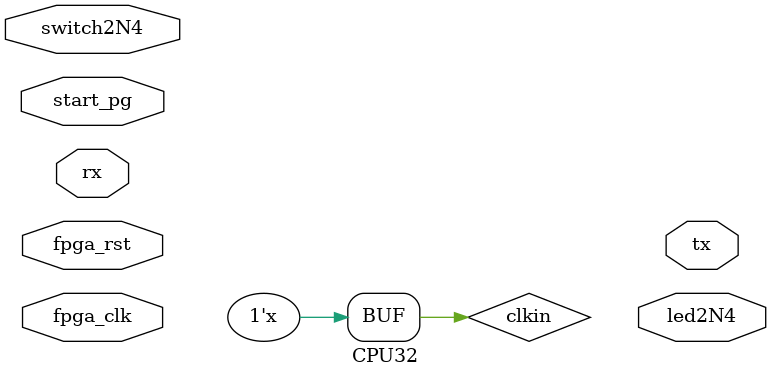
<source format=v>
`timescale 1ns / 1ps


module CPU32(
    input fpga_rst, //Active High
    input fpga_clk,
    input[23:0] switch2N4,
    output[23:0] led2N4,
    // UART Programmer Pinouts
    // start Uart communicate at
    input start_pg,
    input rx,
    output tx
    );
    wire ALUOp;
    wire RegDst;
    wire RegWrite;
    wire ALUSrc;
    wire MemWrite;
    wire MemtoReg;
    wire Jr;
    wire Jmp;
    wire Jal;
    wire Branch;
    wire nBranch;
    wire[31:0] Instruction;
    // UART Programmer Pinouts
    wire upg_clk, upg_clk_o;
    wire upg_wen_o; //Uart write out enable
    wire upg_done_o; //Uart rx data have done
    //data to which memory unit of program_rom/dmemory32
    wire [14:0] upg_adr_o;
    //data to program_rom or dmemory32
    wire [31:0] upg_dat_o;
    wire spg_bufg;
    uart_bmpg_0 U1(.I(start_pg), .O(spg_bufg)); // de-twitter
    // Generate UART Programmer reset signal
    reg upg_rst;
    always @ (posedge fpga_clk) begin
        if (spg_bufg) upg_rst = 0;
        if (fpga_rst) upg_rst = 1;
    end
    //used for other modules which don't relate to UART
    wire rst;
    assign rst = fpga_rst | !upg_rst;
    
    reg clkin;
    wire clkout;
    cpuclk clk1(.clk_in1(clkin),.clk_out1(clkout),.clk_out2(fpga_clk));
    initial clkin = 1'b0;
    always #5 clkin=~clkin;
    
    Controller32 Controller(
        .Op(Instruction[5:0]), 
        .Func(Instruction[31:26]), 
        .Jr(Jr), 
        .Jmp(Jmp), 
        .Jal(Jal), 
        .Branch(Branch), 
        .nBranch(nBranch), 
        .RegDST(RegD), 
        .MemtoReg(MemtoReg), 
        .RegWrite(RegWrite), 
        .MemWrite(MemWrite), 
        .ALUSrc(ALUSrc), 
        .Sftmd(Sftmd), 
        .I_format(I_format),
        .ALUOp(ALUOp)
    );
    IFetch32 IFetch(
        .clock(clk),
        .reset(re),
        .Addr_result(),
        .Zero(),
        .Read_data_1(),
        .Branch(Branch),
        .nBranch(nBranch)
        ,.Jmp(Jmp),
        .Jal(Jal),
        .Jr(Jr),
        .Instruction(Instruction),
        .branch_base_addr(),
        .link_addr()
    );
    
    
    
endmodule

</source>
